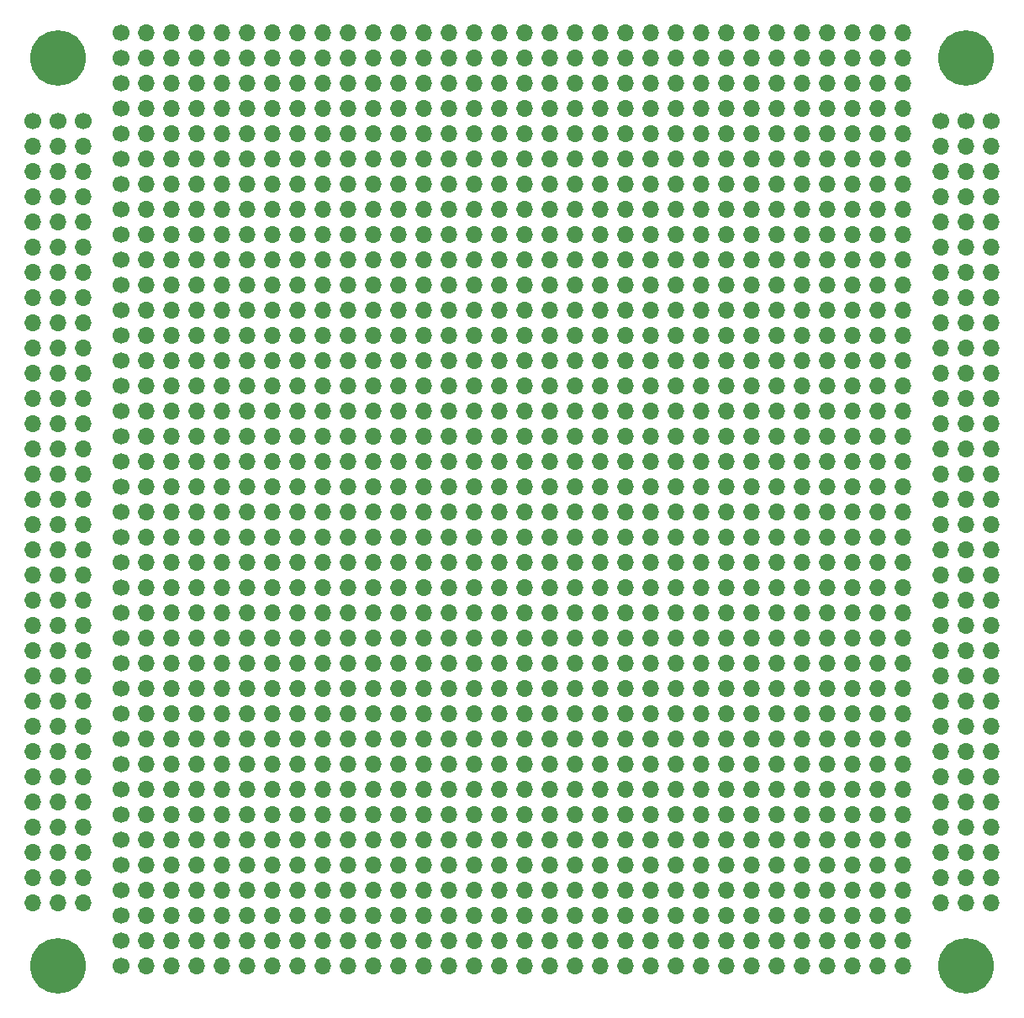
<source format=gbr>
%TF.GenerationSoftware,KiCad,Pcbnew,(5.1.9)-1*%
%TF.CreationDate,2021-01-10T17:22:18+01:00*%
%TF.ProjectId,Stripboard,53747269-7062-46f6-9172-642e6b696361,rev?*%
%TF.SameCoordinates,Original*%
%TF.FileFunction,Soldermask,Top*%
%TF.FilePolarity,Negative*%
%FSLAX46Y46*%
G04 Gerber Fmt 4.6, Leading zero omitted, Abs format (unit mm)*
G04 Created by KiCad (PCBNEW (5.1.9)-1) date 2021-01-10 17:22:18*
%MOMM*%
%LPD*%
G01*
G04 APERTURE LIST*
%ADD10C,1.700000*%
%ADD11O,1.700000X1.700000*%
%ADD12C,5.600000*%
G04 APERTURE END LIST*
D10*
%TO.C,38*%
X87630000Y-147320000D03*
D11*
X90170000Y-147320000D03*
X92710000Y-147320000D03*
X95250000Y-147320000D03*
X97790000Y-147320000D03*
X100330000Y-147320000D03*
X102870000Y-147320000D03*
X105410000Y-147320000D03*
X107950000Y-147320000D03*
X110490000Y-147320000D03*
X113030000Y-147320000D03*
X115570000Y-147320000D03*
X118110000Y-147320000D03*
X120650000Y-147320000D03*
X123190000Y-147320000D03*
X125730000Y-147320000D03*
X128270000Y-147320000D03*
X130810000Y-147320000D03*
X133350000Y-147320000D03*
X135890000Y-147320000D03*
X138430000Y-147320000D03*
X140970000Y-147320000D03*
X143510000Y-147320000D03*
X146050000Y-147320000D03*
X148590000Y-147320000D03*
X151130000Y-147320000D03*
X153670000Y-147320000D03*
X156210000Y-147320000D03*
X158750000Y-147320000D03*
X161290000Y-147320000D03*
X163830000Y-147320000D03*
X166370000Y-147320000D03*
%TD*%
D10*
%TO.C,36*%
X87630000Y-142240000D03*
D11*
X90170000Y-142240000D03*
X92710000Y-142240000D03*
X95250000Y-142240000D03*
X97790000Y-142240000D03*
X100330000Y-142240000D03*
X102870000Y-142240000D03*
X105410000Y-142240000D03*
X107950000Y-142240000D03*
X110490000Y-142240000D03*
X113030000Y-142240000D03*
X115570000Y-142240000D03*
X118110000Y-142240000D03*
X120650000Y-142240000D03*
X123190000Y-142240000D03*
X125730000Y-142240000D03*
X128270000Y-142240000D03*
X130810000Y-142240000D03*
X133350000Y-142240000D03*
X135890000Y-142240000D03*
X138430000Y-142240000D03*
X140970000Y-142240000D03*
X143510000Y-142240000D03*
X146050000Y-142240000D03*
X148590000Y-142240000D03*
X151130000Y-142240000D03*
X153670000Y-142240000D03*
X156210000Y-142240000D03*
X158750000Y-142240000D03*
X161290000Y-142240000D03*
X163830000Y-142240000D03*
X166370000Y-142240000D03*
%TD*%
%TO.C,37*%
X166370000Y-144780000D03*
X163830000Y-144780000D03*
X161290000Y-144780000D03*
X158750000Y-144780000D03*
X156210000Y-144780000D03*
X153670000Y-144780000D03*
X151130000Y-144780000D03*
X148590000Y-144780000D03*
X146050000Y-144780000D03*
X143510000Y-144780000D03*
X140970000Y-144780000D03*
X138430000Y-144780000D03*
X135890000Y-144780000D03*
X133350000Y-144780000D03*
X130810000Y-144780000D03*
X128270000Y-144780000D03*
X125730000Y-144780000D03*
X123190000Y-144780000D03*
X120650000Y-144780000D03*
X118110000Y-144780000D03*
X115570000Y-144780000D03*
X113030000Y-144780000D03*
X110490000Y-144780000D03*
X107950000Y-144780000D03*
X105410000Y-144780000D03*
X102870000Y-144780000D03*
X100330000Y-144780000D03*
X97790000Y-144780000D03*
X95250000Y-144780000D03*
X92710000Y-144780000D03*
X90170000Y-144780000D03*
D10*
X87630000Y-144780000D03*
%TD*%
%TO.C,29*%
X87630000Y-124460000D03*
D11*
X90170000Y-124460000D03*
X92710000Y-124460000D03*
X95250000Y-124460000D03*
X97790000Y-124460000D03*
X100330000Y-124460000D03*
X102870000Y-124460000D03*
X105410000Y-124460000D03*
X107950000Y-124460000D03*
X110490000Y-124460000D03*
X113030000Y-124460000D03*
X115570000Y-124460000D03*
X118110000Y-124460000D03*
X120650000Y-124460000D03*
X123190000Y-124460000D03*
X125730000Y-124460000D03*
X128270000Y-124460000D03*
X130810000Y-124460000D03*
X133350000Y-124460000D03*
X135890000Y-124460000D03*
X138430000Y-124460000D03*
X140970000Y-124460000D03*
X143510000Y-124460000D03*
X146050000Y-124460000D03*
X148590000Y-124460000D03*
X151130000Y-124460000D03*
X153670000Y-124460000D03*
X156210000Y-124460000D03*
X158750000Y-124460000D03*
X161290000Y-124460000D03*
X163830000Y-124460000D03*
X166370000Y-124460000D03*
%TD*%
%TO.C,34*%
X166370000Y-137160000D03*
X163830000Y-137160000D03*
X161290000Y-137160000D03*
X158750000Y-137160000D03*
X156210000Y-137160000D03*
X153670000Y-137160000D03*
X151130000Y-137160000D03*
X148590000Y-137160000D03*
X146050000Y-137160000D03*
X143510000Y-137160000D03*
X140970000Y-137160000D03*
X138430000Y-137160000D03*
X135890000Y-137160000D03*
X133350000Y-137160000D03*
X130810000Y-137160000D03*
X128270000Y-137160000D03*
X125730000Y-137160000D03*
X123190000Y-137160000D03*
X120650000Y-137160000D03*
X118110000Y-137160000D03*
X115570000Y-137160000D03*
X113030000Y-137160000D03*
X110490000Y-137160000D03*
X107950000Y-137160000D03*
X105410000Y-137160000D03*
X102870000Y-137160000D03*
X100330000Y-137160000D03*
X97790000Y-137160000D03*
X95250000Y-137160000D03*
X92710000Y-137160000D03*
X90170000Y-137160000D03*
D10*
X87630000Y-137160000D03*
%TD*%
D11*
%TO.C,32*%
X166370000Y-132080000D03*
X163830000Y-132080000D03*
X161290000Y-132080000D03*
X158750000Y-132080000D03*
X156210000Y-132080000D03*
X153670000Y-132080000D03*
X151130000Y-132080000D03*
X148590000Y-132080000D03*
X146050000Y-132080000D03*
X143510000Y-132080000D03*
X140970000Y-132080000D03*
X138430000Y-132080000D03*
X135890000Y-132080000D03*
X133350000Y-132080000D03*
X130810000Y-132080000D03*
X128270000Y-132080000D03*
X125730000Y-132080000D03*
X123190000Y-132080000D03*
X120650000Y-132080000D03*
X118110000Y-132080000D03*
X115570000Y-132080000D03*
X113030000Y-132080000D03*
X110490000Y-132080000D03*
X107950000Y-132080000D03*
X105410000Y-132080000D03*
X102870000Y-132080000D03*
X100330000Y-132080000D03*
X97790000Y-132080000D03*
X95250000Y-132080000D03*
X92710000Y-132080000D03*
X90170000Y-132080000D03*
D10*
X87630000Y-132080000D03*
%TD*%
D11*
%TO.C,31*%
X166370000Y-129540000D03*
X163830000Y-129540000D03*
X161290000Y-129540000D03*
X158750000Y-129540000D03*
X156210000Y-129540000D03*
X153670000Y-129540000D03*
X151130000Y-129540000D03*
X148590000Y-129540000D03*
X146050000Y-129540000D03*
X143510000Y-129540000D03*
X140970000Y-129540000D03*
X138430000Y-129540000D03*
X135890000Y-129540000D03*
X133350000Y-129540000D03*
X130810000Y-129540000D03*
X128270000Y-129540000D03*
X125730000Y-129540000D03*
X123190000Y-129540000D03*
X120650000Y-129540000D03*
X118110000Y-129540000D03*
X115570000Y-129540000D03*
X113030000Y-129540000D03*
X110490000Y-129540000D03*
X107950000Y-129540000D03*
X105410000Y-129540000D03*
X102870000Y-129540000D03*
X100330000Y-129540000D03*
X97790000Y-129540000D03*
X95250000Y-129540000D03*
X92710000Y-129540000D03*
X90170000Y-129540000D03*
D10*
X87630000Y-129540000D03*
%TD*%
D11*
%TO.C,33*%
X166370000Y-134620000D03*
X163830000Y-134620000D03*
X161290000Y-134620000D03*
X158750000Y-134620000D03*
X156210000Y-134620000D03*
X153670000Y-134620000D03*
X151130000Y-134620000D03*
X148590000Y-134620000D03*
X146050000Y-134620000D03*
X143510000Y-134620000D03*
X140970000Y-134620000D03*
X138430000Y-134620000D03*
X135890000Y-134620000D03*
X133350000Y-134620000D03*
X130810000Y-134620000D03*
X128270000Y-134620000D03*
X125730000Y-134620000D03*
X123190000Y-134620000D03*
X120650000Y-134620000D03*
X118110000Y-134620000D03*
X115570000Y-134620000D03*
X113030000Y-134620000D03*
X110490000Y-134620000D03*
X107950000Y-134620000D03*
X105410000Y-134620000D03*
X102870000Y-134620000D03*
X100330000Y-134620000D03*
X97790000Y-134620000D03*
X95250000Y-134620000D03*
X92710000Y-134620000D03*
X90170000Y-134620000D03*
D10*
X87630000Y-134620000D03*
%TD*%
D11*
%TO.C,30*%
X166370000Y-127000000D03*
X163830000Y-127000000D03*
X161290000Y-127000000D03*
X158750000Y-127000000D03*
X156210000Y-127000000D03*
X153670000Y-127000000D03*
X151130000Y-127000000D03*
X148590000Y-127000000D03*
X146050000Y-127000000D03*
X143510000Y-127000000D03*
X140970000Y-127000000D03*
X138430000Y-127000000D03*
X135890000Y-127000000D03*
X133350000Y-127000000D03*
X130810000Y-127000000D03*
X128270000Y-127000000D03*
X125730000Y-127000000D03*
X123190000Y-127000000D03*
X120650000Y-127000000D03*
X118110000Y-127000000D03*
X115570000Y-127000000D03*
X113030000Y-127000000D03*
X110490000Y-127000000D03*
X107950000Y-127000000D03*
X105410000Y-127000000D03*
X102870000Y-127000000D03*
X100330000Y-127000000D03*
X97790000Y-127000000D03*
X95250000Y-127000000D03*
X92710000Y-127000000D03*
X90170000Y-127000000D03*
D10*
X87630000Y-127000000D03*
%TD*%
D11*
%TO.C,35*%
X166370000Y-139700000D03*
X163830000Y-139700000D03*
X161290000Y-139700000D03*
X158750000Y-139700000D03*
X156210000Y-139700000D03*
X153670000Y-139700000D03*
X151130000Y-139700000D03*
X148590000Y-139700000D03*
X146050000Y-139700000D03*
X143510000Y-139700000D03*
X140970000Y-139700000D03*
X138430000Y-139700000D03*
X135890000Y-139700000D03*
X133350000Y-139700000D03*
X130810000Y-139700000D03*
X128270000Y-139700000D03*
X125730000Y-139700000D03*
X123190000Y-139700000D03*
X120650000Y-139700000D03*
X118110000Y-139700000D03*
X115570000Y-139700000D03*
X113030000Y-139700000D03*
X110490000Y-139700000D03*
X107950000Y-139700000D03*
X105410000Y-139700000D03*
X102870000Y-139700000D03*
X100330000Y-139700000D03*
X97790000Y-139700000D03*
X95250000Y-139700000D03*
X92710000Y-139700000D03*
X90170000Y-139700000D03*
D10*
X87630000Y-139700000D03*
%TD*%
%TO.C,22*%
X87630000Y-106680000D03*
D11*
X90170000Y-106680000D03*
X92710000Y-106680000D03*
X95250000Y-106680000D03*
X97790000Y-106680000D03*
X100330000Y-106680000D03*
X102870000Y-106680000D03*
X105410000Y-106680000D03*
X107950000Y-106680000D03*
X110490000Y-106680000D03*
X113030000Y-106680000D03*
X115570000Y-106680000D03*
X118110000Y-106680000D03*
X120650000Y-106680000D03*
X123190000Y-106680000D03*
X125730000Y-106680000D03*
X128270000Y-106680000D03*
X130810000Y-106680000D03*
X133350000Y-106680000D03*
X135890000Y-106680000D03*
X138430000Y-106680000D03*
X140970000Y-106680000D03*
X143510000Y-106680000D03*
X146050000Y-106680000D03*
X148590000Y-106680000D03*
X151130000Y-106680000D03*
X153670000Y-106680000D03*
X156210000Y-106680000D03*
X158750000Y-106680000D03*
X161290000Y-106680000D03*
X163830000Y-106680000D03*
X166370000Y-106680000D03*
%TD*%
%TO.C,27*%
X166370000Y-119380000D03*
X163830000Y-119380000D03*
X161290000Y-119380000D03*
X158750000Y-119380000D03*
X156210000Y-119380000D03*
X153670000Y-119380000D03*
X151130000Y-119380000D03*
X148590000Y-119380000D03*
X146050000Y-119380000D03*
X143510000Y-119380000D03*
X140970000Y-119380000D03*
X138430000Y-119380000D03*
X135890000Y-119380000D03*
X133350000Y-119380000D03*
X130810000Y-119380000D03*
X128270000Y-119380000D03*
X125730000Y-119380000D03*
X123190000Y-119380000D03*
X120650000Y-119380000D03*
X118110000Y-119380000D03*
X115570000Y-119380000D03*
X113030000Y-119380000D03*
X110490000Y-119380000D03*
X107950000Y-119380000D03*
X105410000Y-119380000D03*
X102870000Y-119380000D03*
X100330000Y-119380000D03*
X97790000Y-119380000D03*
X95250000Y-119380000D03*
X92710000Y-119380000D03*
X90170000Y-119380000D03*
D10*
X87630000Y-119380000D03*
%TD*%
D11*
%TO.C,25*%
X166370000Y-114300000D03*
X163830000Y-114300000D03*
X161290000Y-114300000D03*
X158750000Y-114300000D03*
X156210000Y-114300000D03*
X153670000Y-114300000D03*
X151130000Y-114300000D03*
X148590000Y-114300000D03*
X146050000Y-114300000D03*
X143510000Y-114300000D03*
X140970000Y-114300000D03*
X138430000Y-114300000D03*
X135890000Y-114300000D03*
X133350000Y-114300000D03*
X130810000Y-114300000D03*
X128270000Y-114300000D03*
X125730000Y-114300000D03*
X123190000Y-114300000D03*
X120650000Y-114300000D03*
X118110000Y-114300000D03*
X115570000Y-114300000D03*
X113030000Y-114300000D03*
X110490000Y-114300000D03*
X107950000Y-114300000D03*
X105410000Y-114300000D03*
X102870000Y-114300000D03*
X100330000Y-114300000D03*
X97790000Y-114300000D03*
X95250000Y-114300000D03*
X92710000Y-114300000D03*
X90170000Y-114300000D03*
D10*
X87630000Y-114300000D03*
%TD*%
D11*
%TO.C,24*%
X166370000Y-111760000D03*
X163830000Y-111760000D03*
X161290000Y-111760000D03*
X158750000Y-111760000D03*
X156210000Y-111760000D03*
X153670000Y-111760000D03*
X151130000Y-111760000D03*
X148590000Y-111760000D03*
X146050000Y-111760000D03*
X143510000Y-111760000D03*
X140970000Y-111760000D03*
X138430000Y-111760000D03*
X135890000Y-111760000D03*
X133350000Y-111760000D03*
X130810000Y-111760000D03*
X128270000Y-111760000D03*
X125730000Y-111760000D03*
X123190000Y-111760000D03*
X120650000Y-111760000D03*
X118110000Y-111760000D03*
X115570000Y-111760000D03*
X113030000Y-111760000D03*
X110490000Y-111760000D03*
X107950000Y-111760000D03*
X105410000Y-111760000D03*
X102870000Y-111760000D03*
X100330000Y-111760000D03*
X97790000Y-111760000D03*
X95250000Y-111760000D03*
X92710000Y-111760000D03*
X90170000Y-111760000D03*
D10*
X87630000Y-111760000D03*
%TD*%
D11*
%TO.C,26*%
X166370000Y-116840000D03*
X163830000Y-116840000D03*
X161290000Y-116840000D03*
X158750000Y-116840000D03*
X156210000Y-116840000D03*
X153670000Y-116840000D03*
X151130000Y-116840000D03*
X148590000Y-116840000D03*
X146050000Y-116840000D03*
X143510000Y-116840000D03*
X140970000Y-116840000D03*
X138430000Y-116840000D03*
X135890000Y-116840000D03*
X133350000Y-116840000D03*
X130810000Y-116840000D03*
X128270000Y-116840000D03*
X125730000Y-116840000D03*
X123190000Y-116840000D03*
X120650000Y-116840000D03*
X118110000Y-116840000D03*
X115570000Y-116840000D03*
X113030000Y-116840000D03*
X110490000Y-116840000D03*
X107950000Y-116840000D03*
X105410000Y-116840000D03*
X102870000Y-116840000D03*
X100330000Y-116840000D03*
X97790000Y-116840000D03*
X95250000Y-116840000D03*
X92710000Y-116840000D03*
X90170000Y-116840000D03*
D10*
X87630000Y-116840000D03*
%TD*%
D11*
%TO.C,23*%
X166370000Y-109220000D03*
X163830000Y-109220000D03*
X161290000Y-109220000D03*
X158750000Y-109220000D03*
X156210000Y-109220000D03*
X153670000Y-109220000D03*
X151130000Y-109220000D03*
X148590000Y-109220000D03*
X146050000Y-109220000D03*
X143510000Y-109220000D03*
X140970000Y-109220000D03*
X138430000Y-109220000D03*
X135890000Y-109220000D03*
X133350000Y-109220000D03*
X130810000Y-109220000D03*
X128270000Y-109220000D03*
X125730000Y-109220000D03*
X123190000Y-109220000D03*
X120650000Y-109220000D03*
X118110000Y-109220000D03*
X115570000Y-109220000D03*
X113030000Y-109220000D03*
X110490000Y-109220000D03*
X107950000Y-109220000D03*
X105410000Y-109220000D03*
X102870000Y-109220000D03*
X100330000Y-109220000D03*
X97790000Y-109220000D03*
X95250000Y-109220000D03*
X92710000Y-109220000D03*
X90170000Y-109220000D03*
D10*
X87630000Y-109220000D03*
%TD*%
D11*
%TO.C,28*%
X166370000Y-121920000D03*
X163830000Y-121920000D03*
X161290000Y-121920000D03*
X158750000Y-121920000D03*
X156210000Y-121920000D03*
X153670000Y-121920000D03*
X151130000Y-121920000D03*
X148590000Y-121920000D03*
X146050000Y-121920000D03*
X143510000Y-121920000D03*
X140970000Y-121920000D03*
X138430000Y-121920000D03*
X135890000Y-121920000D03*
X133350000Y-121920000D03*
X130810000Y-121920000D03*
X128270000Y-121920000D03*
X125730000Y-121920000D03*
X123190000Y-121920000D03*
X120650000Y-121920000D03*
X118110000Y-121920000D03*
X115570000Y-121920000D03*
X113030000Y-121920000D03*
X110490000Y-121920000D03*
X107950000Y-121920000D03*
X105410000Y-121920000D03*
X102870000Y-121920000D03*
X100330000Y-121920000D03*
X97790000Y-121920000D03*
X95250000Y-121920000D03*
X92710000Y-121920000D03*
X90170000Y-121920000D03*
D10*
X87630000Y-121920000D03*
%TD*%
%TO.C,15*%
X87630000Y-88900000D03*
D11*
X90170000Y-88900000D03*
X92710000Y-88900000D03*
X95250000Y-88900000D03*
X97790000Y-88900000D03*
X100330000Y-88900000D03*
X102870000Y-88900000D03*
X105410000Y-88900000D03*
X107950000Y-88900000D03*
X110490000Y-88900000D03*
X113030000Y-88900000D03*
X115570000Y-88900000D03*
X118110000Y-88900000D03*
X120650000Y-88900000D03*
X123190000Y-88900000D03*
X125730000Y-88900000D03*
X128270000Y-88900000D03*
X130810000Y-88900000D03*
X133350000Y-88900000D03*
X135890000Y-88900000D03*
X138430000Y-88900000D03*
X140970000Y-88900000D03*
X143510000Y-88900000D03*
X146050000Y-88900000D03*
X148590000Y-88900000D03*
X151130000Y-88900000D03*
X153670000Y-88900000D03*
X156210000Y-88900000D03*
X158750000Y-88900000D03*
X161290000Y-88900000D03*
X163830000Y-88900000D03*
X166370000Y-88900000D03*
%TD*%
%TO.C,20*%
X166370000Y-101600000D03*
X163830000Y-101600000D03*
X161290000Y-101600000D03*
X158750000Y-101600000D03*
X156210000Y-101600000D03*
X153670000Y-101600000D03*
X151130000Y-101600000D03*
X148590000Y-101600000D03*
X146050000Y-101600000D03*
X143510000Y-101600000D03*
X140970000Y-101600000D03*
X138430000Y-101600000D03*
X135890000Y-101600000D03*
X133350000Y-101600000D03*
X130810000Y-101600000D03*
X128270000Y-101600000D03*
X125730000Y-101600000D03*
X123190000Y-101600000D03*
X120650000Y-101600000D03*
X118110000Y-101600000D03*
X115570000Y-101600000D03*
X113030000Y-101600000D03*
X110490000Y-101600000D03*
X107950000Y-101600000D03*
X105410000Y-101600000D03*
X102870000Y-101600000D03*
X100330000Y-101600000D03*
X97790000Y-101600000D03*
X95250000Y-101600000D03*
X92710000Y-101600000D03*
X90170000Y-101600000D03*
D10*
X87630000Y-101600000D03*
%TD*%
D11*
%TO.C,18*%
X166370000Y-96520000D03*
X163830000Y-96520000D03*
X161290000Y-96520000D03*
X158750000Y-96520000D03*
X156210000Y-96520000D03*
X153670000Y-96520000D03*
X151130000Y-96520000D03*
X148590000Y-96520000D03*
X146050000Y-96520000D03*
X143510000Y-96520000D03*
X140970000Y-96520000D03*
X138430000Y-96520000D03*
X135890000Y-96520000D03*
X133350000Y-96520000D03*
X130810000Y-96520000D03*
X128270000Y-96520000D03*
X125730000Y-96520000D03*
X123190000Y-96520000D03*
X120650000Y-96520000D03*
X118110000Y-96520000D03*
X115570000Y-96520000D03*
X113030000Y-96520000D03*
X110490000Y-96520000D03*
X107950000Y-96520000D03*
X105410000Y-96520000D03*
X102870000Y-96520000D03*
X100330000Y-96520000D03*
X97790000Y-96520000D03*
X95250000Y-96520000D03*
X92710000Y-96520000D03*
X90170000Y-96520000D03*
D10*
X87630000Y-96520000D03*
%TD*%
D11*
%TO.C,17*%
X166370000Y-93980000D03*
X163830000Y-93980000D03*
X161290000Y-93980000D03*
X158750000Y-93980000D03*
X156210000Y-93980000D03*
X153670000Y-93980000D03*
X151130000Y-93980000D03*
X148590000Y-93980000D03*
X146050000Y-93980000D03*
X143510000Y-93980000D03*
X140970000Y-93980000D03*
X138430000Y-93980000D03*
X135890000Y-93980000D03*
X133350000Y-93980000D03*
X130810000Y-93980000D03*
X128270000Y-93980000D03*
X125730000Y-93980000D03*
X123190000Y-93980000D03*
X120650000Y-93980000D03*
X118110000Y-93980000D03*
X115570000Y-93980000D03*
X113030000Y-93980000D03*
X110490000Y-93980000D03*
X107950000Y-93980000D03*
X105410000Y-93980000D03*
X102870000Y-93980000D03*
X100330000Y-93980000D03*
X97790000Y-93980000D03*
X95250000Y-93980000D03*
X92710000Y-93980000D03*
X90170000Y-93980000D03*
D10*
X87630000Y-93980000D03*
%TD*%
D11*
%TO.C,19*%
X166370000Y-99060000D03*
X163830000Y-99060000D03*
X161290000Y-99060000D03*
X158750000Y-99060000D03*
X156210000Y-99060000D03*
X153670000Y-99060000D03*
X151130000Y-99060000D03*
X148590000Y-99060000D03*
X146050000Y-99060000D03*
X143510000Y-99060000D03*
X140970000Y-99060000D03*
X138430000Y-99060000D03*
X135890000Y-99060000D03*
X133350000Y-99060000D03*
X130810000Y-99060000D03*
X128270000Y-99060000D03*
X125730000Y-99060000D03*
X123190000Y-99060000D03*
X120650000Y-99060000D03*
X118110000Y-99060000D03*
X115570000Y-99060000D03*
X113030000Y-99060000D03*
X110490000Y-99060000D03*
X107950000Y-99060000D03*
X105410000Y-99060000D03*
X102870000Y-99060000D03*
X100330000Y-99060000D03*
X97790000Y-99060000D03*
X95250000Y-99060000D03*
X92710000Y-99060000D03*
X90170000Y-99060000D03*
D10*
X87630000Y-99060000D03*
%TD*%
D11*
%TO.C,16*%
X166370000Y-91440000D03*
X163830000Y-91440000D03*
X161290000Y-91440000D03*
X158750000Y-91440000D03*
X156210000Y-91440000D03*
X153670000Y-91440000D03*
X151130000Y-91440000D03*
X148590000Y-91440000D03*
X146050000Y-91440000D03*
X143510000Y-91440000D03*
X140970000Y-91440000D03*
X138430000Y-91440000D03*
X135890000Y-91440000D03*
X133350000Y-91440000D03*
X130810000Y-91440000D03*
X128270000Y-91440000D03*
X125730000Y-91440000D03*
X123190000Y-91440000D03*
X120650000Y-91440000D03*
X118110000Y-91440000D03*
X115570000Y-91440000D03*
X113030000Y-91440000D03*
X110490000Y-91440000D03*
X107950000Y-91440000D03*
X105410000Y-91440000D03*
X102870000Y-91440000D03*
X100330000Y-91440000D03*
X97790000Y-91440000D03*
X95250000Y-91440000D03*
X92710000Y-91440000D03*
X90170000Y-91440000D03*
D10*
X87630000Y-91440000D03*
%TD*%
D11*
%TO.C,21*%
X166370000Y-104140000D03*
X163830000Y-104140000D03*
X161290000Y-104140000D03*
X158750000Y-104140000D03*
X156210000Y-104140000D03*
X153670000Y-104140000D03*
X151130000Y-104140000D03*
X148590000Y-104140000D03*
X146050000Y-104140000D03*
X143510000Y-104140000D03*
X140970000Y-104140000D03*
X138430000Y-104140000D03*
X135890000Y-104140000D03*
X133350000Y-104140000D03*
X130810000Y-104140000D03*
X128270000Y-104140000D03*
X125730000Y-104140000D03*
X123190000Y-104140000D03*
X120650000Y-104140000D03*
X118110000Y-104140000D03*
X115570000Y-104140000D03*
X113030000Y-104140000D03*
X110490000Y-104140000D03*
X107950000Y-104140000D03*
X105410000Y-104140000D03*
X102870000Y-104140000D03*
X100330000Y-104140000D03*
X97790000Y-104140000D03*
X95250000Y-104140000D03*
X92710000Y-104140000D03*
X90170000Y-104140000D03*
D10*
X87630000Y-104140000D03*
%TD*%
%TO.C,8*%
X87630000Y-71120000D03*
D11*
X90170000Y-71120000D03*
X92710000Y-71120000D03*
X95250000Y-71120000D03*
X97790000Y-71120000D03*
X100330000Y-71120000D03*
X102870000Y-71120000D03*
X105410000Y-71120000D03*
X107950000Y-71120000D03*
X110490000Y-71120000D03*
X113030000Y-71120000D03*
X115570000Y-71120000D03*
X118110000Y-71120000D03*
X120650000Y-71120000D03*
X123190000Y-71120000D03*
X125730000Y-71120000D03*
X128270000Y-71120000D03*
X130810000Y-71120000D03*
X133350000Y-71120000D03*
X135890000Y-71120000D03*
X138430000Y-71120000D03*
X140970000Y-71120000D03*
X143510000Y-71120000D03*
X146050000Y-71120000D03*
X148590000Y-71120000D03*
X151130000Y-71120000D03*
X153670000Y-71120000D03*
X156210000Y-71120000D03*
X158750000Y-71120000D03*
X161290000Y-71120000D03*
X163830000Y-71120000D03*
X166370000Y-71120000D03*
%TD*%
%TO.C,13*%
X166370000Y-83820000D03*
X163830000Y-83820000D03*
X161290000Y-83820000D03*
X158750000Y-83820000D03*
X156210000Y-83820000D03*
X153670000Y-83820000D03*
X151130000Y-83820000D03*
X148590000Y-83820000D03*
X146050000Y-83820000D03*
X143510000Y-83820000D03*
X140970000Y-83820000D03*
X138430000Y-83820000D03*
X135890000Y-83820000D03*
X133350000Y-83820000D03*
X130810000Y-83820000D03*
X128270000Y-83820000D03*
X125730000Y-83820000D03*
X123190000Y-83820000D03*
X120650000Y-83820000D03*
X118110000Y-83820000D03*
X115570000Y-83820000D03*
X113030000Y-83820000D03*
X110490000Y-83820000D03*
X107950000Y-83820000D03*
X105410000Y-83820000D03*
X102870000Y-83820000D03*
X100330000Y-83820000D03*
X97790000Y-83820000D03*
X95250000Y-83820000D03*
X92710000Y-83820000D03*
X90170000Y-83820000D03*
D10*
X87630000Y-83820000D03*
%TD*%
D11*
%TO.C,11*%
X166370000Y-78740000D03*
X163830000Y-78740000D03*
X161290000Y-78740000D03*
X158750000Y-78740000D03*
X156210000Y-78740000D03*
X153670000Y-78740000D03*
X151130000Y-78740000D03*
X148590000Y-78740000D03*
X146050000Y-78740000D03*
X143510000Y-78740000D03*
X140970000Y-78740000D03*
X138430000Y-78740000D03*
X135890000Y-78740000D03*
X133350000Y-78740000D03*
X130810000Y-78740000D03*
X128270000Y-78740000D03*
X125730000Y-78740000D03*
X123190000Y-78740000D03*
X120650000Y-78740000D03*
X118110000Y-78740000D03*
X115570000Y-78740000D03*
X113030000Y-78740000D03*
X110490000Y-78740000D03*
X107950000Y-78740000D03*
X105410000Y-78740000D03*
X102870000Y-78740000D03*
X100330000Y-78740000D03*
X97790000Y-78740000D03*
X95250000Y-78740000D03*
X92710000Y-78740000D03*
X90170000Y-78740000D03*
D10*
X87630000Y-78740000D03*
%TD*%
D11*
%TO.C,10*%
X166370000Y-76200000D03*
X163830000Y-76200000D03*
X161290000Y-76200000D03*
X158750000Y-76200000D03*
X156210000Y-76200000D03*
X153670000Y-76200000D03*
X151130000Y-76200000D03*
X148590000Y-76200000D03*
X146050000Y-76200000D03*
X143510000Y-76200000D03*
X140970000Y-76200000D03*
X138430000Y-76200000D03*
X135890000Y-76200000D03*
X133350000Y-76200000D03*
X130810000Y-76200000D03*
X128270000Y-76200000D03*
X125730000Y-76200000D03*
X123190000Y-76200000D03*
X120650000Y-76200000D03*
X118110000Y-76200000D03*
X115570000Y-76200000D03*
X113030000Y-76200000D03*
X110490000Y-76200000D03*
X107950000Y-76200000D03*
X105410000Y-76200000D03*
X102870000Y-76200000D03*
X100330000Y-76200000D03*
X97790000Y-76200000D03*
X95250000Y-76200000D03*
X92710000Y-76200000D03*
X90170000Y-76200000D03*
D10*
X87630000Y-76200000D03*
%TD*%
D11*
%TO.C,12*%
X166370000Y-81280000D03*
X163830000Y-81280000D03*
X161290000Y-81280000D03*
X158750000Y-81280000D03*
X156210000Y-81280000D03*
X153670000Y-81280000D03*
X151130000Y-81280000D03*
X148590000Y-81280000D03*
X146050000Y-81280000D03*
X143510000Y-81280000D03*
X140970000Y-81280000D03*
X138430000Y-81280000D03*
X135890000Y-81280000D03*
X133350000Y-81280000D03*
X130810000Y-81280000D03*
X128270000Y-81280000D03*
X125730000Y-81280000D03*
X123190000Y-81280000D03*
X120650000Y-81280000D03*
X118110000Y-81280000D03*
X115570000Y-81280000D03*
X113030000Y-81280000D03*
X110490000Y-81280000D03*
X107950000Y-81280000D03*
X105410000Y-81280000D03*
X102870000Y-81280000D03*
X100330000Y-81280000D03*
X97790000Y-81280000D03*
X95250000Y-81280000D03*
X92710000Y-81280000D03*
X90170000Y-81280000D03*
D10*
X87630000Y-81280000D03*
%TD*%
D11*
%TO.C,9*%
X166370000Y-73660000D03*
X163830000Y-73660000D03*
X161290000Y-73660000D03*
X158750000Y-73660000D03*
X156210000Y-73660000D03*
X153670000Y-73660000D03*
X151130000Y-73660000D03*
X148590000Y-73660000D03*
X146050000Y-73660000D03*
X143510000Y-73660000D03*
X140970000Y-73660000D03*
X138430000Y-73660000D03*
X135890000Y-73660000D03*
X133350000Y-73660000D03*
X130810000Y-73660000D03*
X128270000Y-73660000D03*
X125730000Y-73660000D03*
X123190000Y-73660000D03*
X120650000Y-73660000D03*
X118110000Y-73660000D03*
X115570000Y-73660000D03*
X113030000Y-73660000D03*
X110490000Y-73660000D03*
X107950000Y-73660000D03*
X105410000Y-73660000D03*
X102870000Y-73660000D03*
X100330000Y-73660000D03*
X97790000Y-73660000D03*
X95250000Y-73660000D03*
X92710000Y-73660000D03*
X90170000Y-73660000D03*
D10*
X87630000Y-73660000D03*
%TD*%
D11*
%TO.C,14*%
X166370000Y-86360000D03*
X163830000Y-86360000D03*
X161290000Y-86360000D03*
X158750000Y-86360000D03*
X156210000Y-86360000D03*
X153670000Y-86360000D03*
X151130000Y-86360000D03*
X148590000Y-86360000D03*
X146050000Y-86360000D03*
X143510000Y-86360000D03*
X140970000Y-86360000D03*
X138430000Y-86360000D03*
X135890000Y-86360000D03*
X133350000Y-86360000D03*
X130810000Y-86360000D03*
X128270000Y-86360000D03*
X125730000Y-86360000D03*
X123190000Y-86360000D03*
X120650000Y-86360000D03*
X118110000Y-86360000D03*
X115570000Y-86360000D03*
X113030000Y-86360000D03*
X110490000Y-86360000D03*
X107950000Y-86360000D03*
X105410000Y-86360000D03*
X102870000Y-86360000D03*
X100330000Y-86360000D03*
X97790000Y-86360000D03*
X95250000Y-86360000D03*
X92710000Y-86360000D03*
X90170000Y-86360000D03*
D10*
X87630000Y-86360000D03*
%TD*%
%TO.C,7*%
X87630000Y-68580000D03*
D11*
X90170000Y-68580000D03*
X92710000Y-68580000D03*
X95250000Y-68580000D03*
X97790000Y-68580000D03*
X100330000Y-68580000D03*
X102870000Y-68580000D03*
X105410000Y-68580000D03*
X107950000Y-68580000D03*
X110490000Y-68580000D03*
X113030000Y-68580000D03*
X115570000Y-68580000D03*
X118110000Y-68580000D03*
X120650000Y-68580000D03*
X123190000Y-68580000D03*
X125730000Y-68580000D03*
X128270000Y-68580000D03*
X130810000Y-68580000D03*
X133350000Y-68580000D03*
X135890000Y-68580000D03*
X138430000Y-68580000D03*
X140970000Y-68580000D03*
X143510000Y-68580000D03*
X146050000Y-68580000D03*
X148590000Y-68580000D03*
X151130000Y-68580000D03*
X153670000Y-68580000D03*
X156210000Y-68580000D03*
X158750000Y-68580000D03*
X161290000Y-68580000D03*
X163830000Y-68580000D03*
X166370000Y-68580000D03*
%TD*%
D10*
%TO.C,6*%
X87630000Y-66040000D03*
D11*
X90170000Y-66040000D03*
X92710000Y-66040000D03*
X95250000Y-66040000D03*
X97790000Y-66040000D03*
X100330000Y-66040000D03*
X102870000Y-66040000D03*
X105410000Y-66040000D03*
X107950000Y-66040000D03*
X110490000Y-66040000D03*
X113030000Y-66040000D03*
X115570000Y-66040000D03*
X118110000Y-66040000D03*
X120650000Y-66040000D03*
X123190000Y-66040000D03*
X125730000Y-66040000D03*
X128270000Y-66040000D03*
X130810000Y-66040000D03*
X133350000Y-66040000D03*
X135890000Y-66040000D03*
X138430000Y-66040000D03*
X140970000Y-66040000D03*
X143510000Y-66040000D03*
X146050000Y-66040000D03*
X148590000Y-66040000D03*
X151130000Y-66040000D03*
X153670000Y-66040000D03*
X156210000Y-66040000D03*
X158750000Y-66040000D03*
X161290000Y-66040000D03*
X163830000Y-66040000D03*
X166370000Y-66040000D03*
%TD*%
D10*
%TO.C,5*%
X87630000Y-63500000D03*
D11*
X90170000Y-63500000D03*
X92710000Y-63500000D03*
X95250000Y-63500000D03*
X97790000Y-63500000D03*
X100330000Y-63500000D03*
X102870000Y-63500000D03*
X105410000Y-63500000D03*
X107950000Y-63500000D03*
X110490000Y-63500000D03*
X113030000Y-63500000D03*
X115570000Y-63500000D03*
X118110000Y-63500000D03*
X120650000Y-63500000D03*
X123190000Y-63500000D03*
X125730000Y-63500000D03*
X128270000Y-63500000D03*
X130810000Y-63500000D03*
X133350000Y-63500000D03*
X135890000Y-63500000D03*
X138430000Y-63500000D03*
X140970000Y-63500000D03*
X143510000Y-63500000D03*
X146050000Y-63500000D03*
X148590000Y-63500000D03*
X151130000Y-63500000D03*
X153670000Y-63500000D03*
X156210000Y-63500000D03*
X158750000Y-63500000D03*
X161290000Y-63500000D03*
X163830000Y-63500000D03*
X166370000Y-63500000D03*
%TD*%
D10*
%TO.C,4*%
X87630000Y-60960000D03*
D11*
X90170000Y-60960000D03*
X92710000Y-60960000D03*
X95250000Y-60960000D03*
X97790000Y-60960000D03*
X100330000Y-60960000D03*
X102870000Y-60960000D03*
X105410000Y-60960000D03*
X107950000Y-60960000D03*
X110490000Y-60960000D03*
X113030000Y-60960000D03*
X115570000Y-60960000D03*
X118110000Y-60960000D03*
X120650000Y-60960000D03*
X123190000Y-60960000D03*
X125730000Y-60960000D03*
X128270000Y-60960000D03*
X130810000Y-60960000D03*
X133350000Y-60960000D03*
X135890000Y-60960000D03*
X138430000Y-60960000D03*
X140970000Y-60960000D03*
X143510000Y-60960000D03*
X146050000Y-60960000D03*
X148590000Y-60960000D03*
X151130000Y-60960000D03*
X153670000Y-60960000D03*
X156210000Y-60960000D03*
X158750000Y-60960000D03*
X161290000Y-60960000D03*
X163830000Y-60960000D03*
X166370000Y-60960000D03*
%TD*%
D10*
%TO.C,3*%
X87630000Y-58420000D03*
D11*
X90170000Y-58420000D03*
X92710000Y-58420000D03*
X95250000Y-58420000D03*
X97790000Y-58420000D03*
X100330000Y-58420000D03*
X102870000Y-58420000D03*
X105410000Y-58420000D03*
X107950000Y-58420000D03*
X110490000Y-58420000D03*
X113030000Y-58420000D03*
X115570000Y-58420000D03*
X118110000Y-58420000D03*
X120650000Y-58420000D03*
X123190000Y-58420000D03*
X125730000Y-58420000D03*
X128270000Y-58420000D03*
X130810000Y-58420000D03*
X133350000Y-58420000D03*
X135890000Y-58420000D03*
X138430000Y-58420000D03*
X140970000Y-58420000D03*
X143510000Y-58420000D03*
X146050000Y-58420000D03*
X148590000Y-58420000D03*
X151130000Y-58420000D03*
X153670000Y-58420000D03*
X156210000Y-58420000D03*
X158750000Y-58420000D03*
X161290000Y-58420000D03*
X163830000Y-58420000D03*
X166370000Y-58420000D03*
%TD*%
D10*
%TO.C,2*%
X87630000Y-55880000D03*
D11*
X90170000Y-55880000D03*
X92710000Y-55880000D03*
X95250000Y-55880000D03*
X97790000Y-55880000D03*
X100330000Y-55880000D03*
X102870000Y-55880000D03*
X105410000Y-55880000D03*
X107950000Y-55880000D03*
X110490000Y-55880000D03*
X113030000Y-55880000D03*
X115570000Y-55880000D03*
X118110000Y-55880000D03*
X120650000Y-55880000D03*
X123190000Y-55880000D03*
X125730000Y-55880000D03*
X128270000Y-55880000D03*
X130810000Y-55880000D03*
X133350000Y-55880000D03*
X135890000Y-55880000D03*
X138430000Y-55880000D03*
X140970000Y-55880000D03*
X143510000Y-55880000D03*
X146050000Y-55880000D03*
X148590000Y-55880000D03*
X151130000Y-55880000D03*
X153670000Y-55880000D03*
X156210000Y-55880000D03*
X158750000Y-55880000D03*
X161290000Y-55880000D03*
X163830000Y-55880000D03*
X166370000Y-55880000D03*
%TD*%
%TO.C,1*%
X166370000Y-53340000D03*
X163830000Y-53340000D03*
X161290000Y-53340000D03*
X158750000Y-53340000D03*
X156210000Y-53340000D03*
X153670000Y-53340000D03*
X151130000Y-53340000D03*
X148590000Y-53340000D03*
X146050000Y-53340000D03*
X143510000Y-53340000D03*
X140970000Y-53340000D03*
X138430000Y-53340000D03*
X135890000Y-53340000D03*
X133350000Y-53340000D03*
X130810000Y-53340000D03*
X128270000Y-53340000D03*
X125730000Y-53340000D03*
X123190000Y-53340000D03*
X120650000Y-53340000D03*
X118110000Y-53340000D03*
X115570000Y-53340000D03*
X113030000Y-53340000D03*
X110490000Y-53340000D03*
X107950000Y-53340000D03*
X105410000Y-53340000D03*
X102870000Y-53340000D03*
X100330000Y-53340000D03*
X97790000Y-53340000D03*
X95250000Y-53340000D03*
X92710000Y-53340000D03*
X90170000Y-53340000D03*
D10*
X87630000Y-53340000D03*
%TD*%
D11*
%TO.C,+*%
X83820000Y-140970000D03*
X83820000Y-138430000D03*
X83820000Y-135890000D03*
X83820000Y-133350000D03*
X83820000Y-130810000D03*
X83820000Y-128270000D03*
X83820000Y-125730000D03*
X83820000Y-123190000D03*
X83820000Y-120650000D03*
X83820000Y-118110000D03*
X83820000Y-115570000D03*
X83820000Y-113030000D03*
X83820000Y-110490000D03*
X83820000Y-107950000D03*
X83820000Y-105410000D03*
X83820000Y-102870000D03*
X83820000Y-100330000D03*
X83820000Y-97790000D03*
X83820000Y-95250000D03*
X83820000Y-92710000D03*
X83820000Y-90170000D03*
X83820000Y-87630000D03*
X83820000Y-85090000D03*
X83820000Y-82550000D03*
X83820000Y-80010000D03*
X83820000Y-77470000D03*
X83820000Y-74930000D03*
X83820000Y-72390000D03*
X83820000Y-69850000D03*
X83820000Y-67310000D03*
X83820000Y-64770000D03*
D10*
X83820000Y-62230000D03*
%TD*%
D11*
%TO.C,GND*%
X172720000Y-140970000D03*
X172720000Y-138430000D03*
X172720000Y-135890000D03*
X172720000Y-133350000D03*
X172720000Y-130810000D03*
X172720000Y-128270000D03*
X172720000Y-125730000D03*
X172720000Y-123190000D03*
X172720000Y-120650000D03*
X172720000Y-118110000D03*
X172720000Y-115570000D03*
X172720000Y-113030000D03*
X172720000Y-110490000D03*
X172720000Y-107950000D03*
X172720000Y-105410000D03*
X172720000Y-102870000D03*
X172720000Y-100330000D03*
X172720000Y-97790000D03*
X172720000Y-95250000D03*
X172720000Y-92710000D03*
X172720000Y-90170000D03*
X172720000Y-87630000D03*
X172720000Y-85090000D03*
X172720000Y-82550000D03*
X172720000Y-80010000D03*
X172720000Y-77470000D03*
X172720000Y-74930000D03*
X172720000Y-72390000D03*
X172720000Y-69850000D03*
X172720000Y-67310000D03*
X172720000Y-64770000D03*
D10*
X172720000Y-62230000D03*
%TD*%
D11*
%TO.C,-*%
X175260000Y-140970000D03*
X175260000Y-138430000D03*
X175260000Y-135890000D03*
X175260000Y-133350000D03*
X175260000Y-130810000D03*
X175260000Y-128270000D03*
X175260000Y-125730000D03*
X175260000Y-123190000D03*
X175260000Y-120650000D03*
X175260000Y-118110000D03*
X175260000Y-115570000D03*
X175260000Y-113030000D03*
X175260000Y-110490000D03*
X175260000Y-107950000D03*
X175260000Y-105410000D03*
X175260000Y-102870000D03*
X175260000Y-100330000D03*
X175260000Y-97790000D03*
X175260000Y-95250000D03*
X175260000Y-92710000D03*
X175260000Y-90170000D03*
X175260000Y-87630000D03*
X175260000Y-85090000D03*
X175260000Y-82550000D03*
X175260000Y-80010000D03*
X175260000Y-77470000D03*
X175260000Y-74930000D03*
X175260000Y-72390000D03*
X175260000Y-69850000D03*
X175260000Y-67310000D03*
X175260000Y-64770000D03*
D10*
X175260000Y-62230000D03*
%TD*%
D11*
%TO.C,-*%
X78740000Y-140970000D03*
X78740000Y-138430000D03*
X78740000Y-135890000D03*
X78740000Y-133350000D03*
X78740000Y-130810000D03*
X78740000Y-128270000D03*
X78740000Y-125730000D03*
X78740000Y-123190000D03*
X78740000Y-120650000D03*
X78740000Y-118110000D03*
X78740000Y-115570000D03*
X78740000Y-113030000D03*
X78740000Y-110490000D03*
X78740000Y-107950000D03*
X78740000Y-105410000D03*
X78740000Y-102870000D03*
X78740000Y-100330000D03*
X78740000Y-97790000D03*
X78740000Y-95250000D03*
X78740000Y-92710000D03*
X78740000Y-90170000D03*
X78740000Y-87630000D03*
X78740000Y-85090000D03*
X78740000Y-82550000D03*
X78740000Y-80010000D03*
X78740000Y-77470000D03*
X78740000Y-74930000D03*
X78740000Y-72390000D03*
X78740000Y-69850000D03*
X78740000Y-67310000D03*
X78740000Y-64770000D03*
D10*
X78740000Y-62230000D03*
%TD*%
D11*
%TO.C,GND*%
X81280000Y-140970000D03*
X81280000Y-138430000D03*
X81280000Y-135890000D03*
X81280000Y-133350000D03*
X81280000Y-130810000D03*
X81280000Y-128270000D03*
X81280000Y-125730000D03*
X81280000Y-123190000D03*
X81280000Y-120650000D03*
X81280000Y-118110000D03*
X81280000Y-115570000D03*
X81280000Y-113030000D03*
X81280000Y-110490000D03*
X81280000Y-107950000D03*
X81280000Y-105410000D03*
X81280000Y-102870000D03*
X81280000Y-100330000D03*
X81280000Y-97790000D03*
X81280000Y-95250000D03*
X81280000Y-92710000D03*
X81280000Y-90170000D03*
X81280000Y-87630000D03*
X81280000Y-85090000D03*
X81280000Y-82550000D03*
X81280000Y-80010000D03*
X81280000Y-77470000D03*
X81280000Y-74930000D03*
X81280000Y-72390000D03*
X81280000Y-69850000D03*
X81280000Y-67310000D03*
X81280000Y-64770000D03*
D10*
X81280000Y-62230000D03*
%TD*%
D11*
%TO.C,+*%
X170180000Y-140970000D03*
X170180000Y-138430000D03*
X170180000Y-135890000D03*
X170180000Y-133350000D03*
X170180000Y-130810000D03*
X170180000Y-128270000D03*
X170180000Y-125730000D03*
X170180000Y-123190000D03*
X170180000Y-120650000D03*
X170180000Y-118110000D03*
X170180000Y-115570000D03*
X170180000Y-113030000D03*
X170180000Y-110490000D03*
X170180000Y-107950000D03*
X170180000Y-105410000D03*
X170180000Y-102870000D03*
X170180000Y-100330000D03*
X170180000Y-97790000D03*
X170180000Y-95250000D03*
X170180000Y-92710000D03*
X170180000Y-90170000D03*
X170180000Y-87630000D03*
X170180000Y-85090000D03*
X170180000Y-82550000D03*
X170180000Y-80010000D03*
X170180000Y-77470000D03*
X170180000Y-74930000D03*
X170180000Y-72390000D03*
X170180000Y-69850000D03*
X170180000Y-67310000D03*
X170180000Y-64770000D03*
D10*
X170180000Y-62230000D03*
%TD*%
D12*
%TO.C,REF\u002A\u002A*%
X172720000Y-147320000D03*
%TD*%
%TO.C,REF\u002A\u002A*%
X81280000Y-147320000D03*
%TD*%
%TO.C,REF\u002A\u002A*%
X172720000Y-55880000D03*
%TD*%
%TO.C,REF\u002A\u002A*%
X81280000Y-55880000D03*
%TD*%
M02*

</source>
